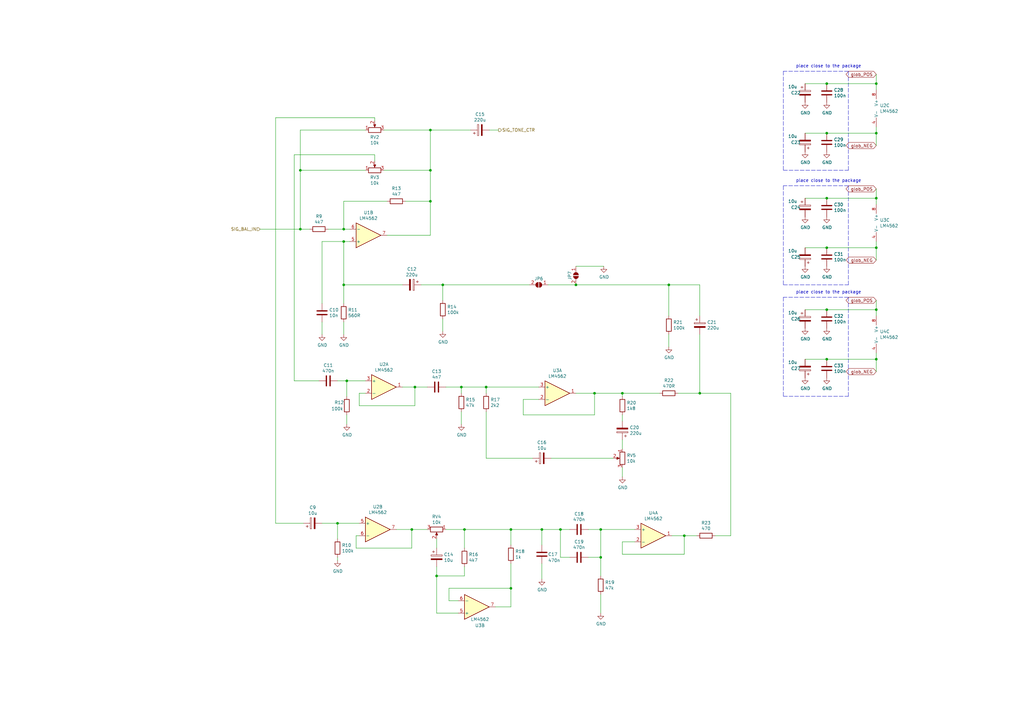
<source format=kicad_sch>
(kicad_sch (version 20211123) (generator eeschema)
  (paper "A3")
  (lib_symbols
    (symbol "Amplifier_Operational:LM4562" (pin_names (offset 0.127))
      (property "Reference" "U" (at 0 5.08 0))
      (property "Value" "LM4562" (at 0 -5.08 0))
      (symbol "LM4562_1_1"
        (polyline (pts (xy -5.08 5.08) (xy 5.08 0) (xy -5.08 -5.08) (xy -5.08 5.08)) (stroke (width 0.254)) (fill (type background)))
        (pin output line (at 7.62 0 180) (length 2.54) (name "~") (number "1"))
        (pin input line (at -7.62 -2.54 0) (length 2.54) (name "-") (number "2"))
        (pin input line (at -7.62 2.54 0) (length 2.54) (name "+") (number "3"))
      )
      (symbol "LM4562_2_1"
        (polyline (pts (xy -5.08 5.08) (xy 5.08 0) (xy -5.08 -5.08) (xy -5.08 5.08)) (stroke (width 0.254)) (fill (type background)))
        (pin input line (at -7.62 2.54 0) (length 2.54) (name "+") (number "5"))
        (pin input line (at -7.62 -2.54 0) (length 2.54) (name "-") (number "6"))
        (pin output line (at 7.62 0 180) (length 2.54) (name "~") (number "7"))
      )
      (symbol "LM4562_3_1"
        (pin power_in line (at -2.54 -7.62 90) (length 3.81) (name "V-") (number "4"))
        (pin power_in line (at -2.54 7.62 270) (length 3.81) (name "V+") (number "8"))
      )
    )
    (symbol "Device:C" (pin_numbers hide) (pin_names (offset 0.254))
      (property "Reference" "C" (at 0.635 2.54 0))
      (property "Value" "C" (at 0.635 -2.54 0))
      (symbol "C_0_1"
        (polyline (pts (xy -2.032 -0.762) (xy 2.032 -0.762)) (stroke (width 0.508)))
        (polyline (pts (xy -2.032 0.762) (xy 2.032 0.762)) (stroke (width 0.508)))
      )
      (symbol "C_1_1"
        (pin passive line (at 0 3.81 270) (length 2.794) (name "~") (number "1"))
        (pin passive line (at 0 -3.81 90) (length 2.794) (name "~") (number "2"))
      )
    )
    (symbol "Device:R" (pin_numbers hide) (pin_names (offset 0))
      (property "Reference" "R" (at 2.032 0 90))
      (property "Value" "R" (at 0 0 90))
      (symbol "R_0_1"
        (rectangle (start -1.016 -2.54) (end 1.016 2.54) (stroke (width 0.254)))
      )
      (symbol "R_1_1"
        (pin passive line (at 0 3.81 270) (length 1.27) (name "~") (number "1"))
        (pin passive line (at 0 -3.81 90) (length 1.27) (name "~") (number "2"))
      )
    )
    (symbol "Jumper:SolderJumper_2_Open" (pin_names (offset 0) hide)
      (property "Reference" "JP" (at 0 2.032 0))
      (property "Value" "SolderJumper_2_Open" (at 0 -2.54 0))
      (symbol "SolderJumper_2_Open_0_1"
        (arc (start -0.254 1.016) (mid -1.27 0) (end -0.254 -1.016))
        (arc (start -0.254 1.016) (mid -1.27 0) (end -0.254 -1.016) (fill (type outline)))
        (polyline (pts (xy -0.254 1.016) (xy -0.254 -1.016)))
        (polyline (pts (xy 0.254 1.016) (xy 0.254 -1.016)))
        (arc (start 0.254 -1.016) (mid 1.27 0) (end 0.254 1.016))
        (arc (start 0.254 -1.016) (mid 1.27 0) (end 0.254 1.016) (fill (type outline)))
      )
      (symbol "SolderJumper_2_Open_1_1"
        (pin passive line (at -3.81 0 0) (length 2.54) (name "A") (number "1"))
        (pin passive line (at 3.81 0 180) (length 2.54) (name "B") (number "2"))
      )
    )
    (symbol "power:GND" (power) (pin_names (offset 0))
      (property "Value" "GND" (at 0 -3.81 0))
      (symbol "GND_0_1"
        (polyline (pts (xy 0 0) (xy 0 -1.27) (xy 1.27 -1.27) (xy 0 -2.54) (xy -1.27 -1.27) (xy 0 -1.27)))
      )
      (symbol "GND_1_1"
        (pin power_in line (at 0 0 270) (length 0) hide (name "GND") (number "1"))
      )
    )
    (symbol "pre-amp-v2-rescue:CP-Device" (pin_numbers hide) (pin_names (offset 0.254))
      (property "Reference" "C" (at 0.635 2.54 0))
      (property "Value" "CP-Device" (at 0.635 -2.54 0))
      (symbol "CP-Device_0_1"
        (rectangle (start -2.286 0.508) (end 2.286 1.016))
        (polyline (pts (xy -1.778 2.286) (xy -0.762 2.286)))
        (polyline (pts (xy -1.27 2.794) (xy -1.27 1.778)))
        (rectangle (start 2.286 -0.508) (end -2.286 -1.016) (fill (type outline)))
      )
      (symbol "CP-Device_1_1"
        (pin passive line (at 0 3.81 270) (length 2.794) (name "~") (number "1"))
        (pin passive line (at 0 -3.81 90) (length 2.794) (name "~") (number "2"))
      )
    )
    (symbol "pre-amp-v2-rescue:R_POT-Device" (pin_names (offset 1.016) hide)
      (property "Reference" "RV" (at -4.445 0 90))
      (property "Value" "R_POT-Device" (at -2.54 0 90))
      (symbol "R_POT-Device_0_1"
        (polyline (pts (xy 2.54 0) (xy 1.524 0)))
        (polyline (pts (xy 1.143 0) (xy 2.286 0.508) (xy 2.286 -0.508) (xy 1.143 0)) (fill (type outline)))
        (rectangle (start 1.016 2.54) (end -1.016 -2.54) (stroke (width 0.254)))
      )
      (symbol "R_POT-Device_1_1"
        (pin passive line (at 0 3.81 270) (length 1.27) (name "1") (number "1"))
        (pin passive line (at 3.81 0 180) (length 1.27) (name "2") (number "2"))
        (pin passive line (at 0 -3.81 90) (length 1.27) (name "3") (number "3"))
      )
    )
  )
  (junction (at 222.25 217.17))
  (junction (at 176.53 82.55))
  (junction (at 176.53 53.34))
  (junction (at 359.41 127))
  (junction (at 123.19 93.98))
  (junction (at 339.09 127))
  (junction (at 359.41 81.28))
  (junction (at 209.55 241.3))
  (junction (at 229.87 217.17))
  (junction (at 142.24 156.21))
  (junction (at 339.09 147.32))
  (junction (at 274.32 116.84))
  (junction (at 190.5 217.17))
  (junction (at 339.09 34.29))
  (junction (at 140.97 93.98))
  (junction (at 255.27 161.29))
  (junction (at 209.55 217.17))
  (junction (at 359.41 147.32))
  (junction (at 170.18 158.75))
  (junction (at 243.84 161.29))
  (junction (at 246.38 217.17))
  (junction (at 246.38 228.6))
  (junction (at 280.67 219.71))
  (junction (at 199.39 158.75))
  (junction (at 140.97 99.06))
  (junction (at 359.41 101.6))
  (junction (at 189.23 158.75))
  (junction (at 339.09 54.61))
  (junction (at 359.41 34.29))
  (junction (at 236.22 116.84))
  (junction (at 181.61 116.84))
  (junction (at 339.09 81.28))
  (junction (at 138.43 214.63))
  (junction (at 140.97 116.84))
  (junction (at 359.41 54.61))
  (junction (at 123.19 69.85))
  (junction (at 287.02 161.29))
  (junction (at 168.91 217.17))
  (junction (at 179.07 236.22))
  (junction (at 339.09 101.6))
  (junction (at 176.53 69.85))
  (wire (pts (xy 146.05 224.79) (xy 168.91 224.79)))
  (wire (pts (xy 153.67 48.26) (xy 113.03 48.26)))
  (wire (pts (xy 330.2 127) (xy 339.09 127)))
  (wire (pts (xy 153.67 48.26) (xy 153.67 49.53)))
  (wire (pts (xy 255.27 161.29) (xy 255.27 162.56)))
  (wire (pts (xy 165.1 116.84) (xy 140.97 116.84)))
  (wire (pts (xy 170.18 158.75) (xy 175.26 158.75)))
  (polyline (pts (xy 347.98 121.92) (xy 321.31 121.92)))
  (wire (pts (xy 339.09 54.61) (xy 359.41 54.61)))
  (wire (pts (xy 359.41 34.29) (xy 359.41 36.83)))
  (wire (pts (xy 184.15 246.38) (xy 184.15 241.3)))
  (wire (pts (xy 255.27 180.34) (xy 255.27 184.15)))
  (wire (pts (xy 190.5 217.17) (xy 209.55 217.17)))
  (wire (pts (xy 330.2 81.28) (xy 339.09 81.28)))
  (wire (pts (xy 153.67 63.5) (xy 120.65 63.5)))
  (wire (pts (xy 182.88 158.75) (xy 189.23 158.75)))
  (wire (pts (xy 241.3 217.17) (xy 246.38 217.17)))
  (wire (pts (xy 236.22 116.84) (xy 274.32 116.84)))
  (wire (pts (xy 359.41 123.19) (xy 359.41 127)))
  (wire (pts (xy 140.97 132.08) (xy 140.97 137.16)))
  (wire (pts (xy 246.38 251.46) (xy 246.38 243.84)))
  (wire (pts (xy 158.75 82.55) (xy 140.97 82.55)))
  (wire (pts (xy 175.26 217.17) (xy 168.91 217.17)))
  (wire (pts (xy 246.38 217.17) (xy 246.38 228.6)))
  (wire (pts (xy 176.53 69.85) (xy 157.48 69.85)))
  (wire (pts (xy 359.41 81.28) (xy 359.41 83.82)))
  (wire (pts (xy 243.84 161.29) (xy 255.27 161.29)))
  (wire (pts (xy 293.37 219.71) (xy 299.72 219.71)))
  (wire (pts (xy 285.75 219.71) (xy 280.67 219.71)))
  (wire (pts (xy 209.55 248.92) (xy 203.2 248.92)))
  (wire (pts (xy 120.65 63.5) (xy 120.65 156.21)))
  (wire (pts (xy 241.3 228.6) (xy 246.38 228.6)))
  (wire (pts (xy 168.91 217.17) (xy 162.56 217.17)))
  (wire (pts (xy 179.07 251.46) (xy 187.96 251.46)))
  (polyline (pts (xy 347.98 162.56) (xy 347.98 121.92)))
  (wire (pts (xy 176.53 69.85) (xy 176.53 82.55)))
  (wire (pts (xy 142.24 162.56) (xy 142.24 156.21)))
  (wire (pts (xy 147.32 219.71) (xy 146.05 219.71)))
  (wire (pts (xy 176.53 82.55) (xy 166.37 82.55)))
  (wire (pts (xy 142.24 156.21) (xy 149.86 156.21)))
  (wire (pts (xy 260.35 217.17) (xy 246.38 217.17)))
  (wire (pts (xy 179.07 236.22) (xy 190.5 236.22)))
  (wire (pts (xy 222.25 217.17) (xy 229.87 217.17)))
  (wire (pts (xy 181.61 116.84) (xy 217.17 116.84)))
  (wire (pts (xy 236.22 109.22) (xy 247.65 109.22)))
  (wire (pts (xy 149.86 69.85) (xy 123.19 69.85)))
  (wire (pts (xy 299.72 219.71) (xy 299.72 161.29)))
  (wire (pts (xy 199.39 158.75) (xy 199.39 161.29)))
  (wire (pts (xy 170.18 166.37) (xy 170.18 158.75)))
  (wire (pts (xy 339.09 101.6) (xy 359.41 101.6)))
  (wire (pts (xy 172.72 116.84) (xy 181.61 116.84)))
  (wire (pts (xy 138.43 220.98) (xy 138.43 214.63)))
  (wire (pts (xy 229.87 228.6) (xy 229.87 217.17)))
  (wire (pts (xy 157.48 53.34) (xy 176.53 53.34)))
  (wire (pts (xy 255.27 161.29) (xy 270.51 161.29)))
  (wire (pts (xy 181.61 135.89) (xy 181.61 130.81)))
  (wire (pts (xy 359.41 77.47) (xy 359.41 81.28)))
  (wire (pts (xy 209.55 217.17) (xy 222.25 217.17)))
  (wire (pts (xy 187.96 246.38) (xy 184.15 246.38)))
  (wire (pts (xy 226.06 187.96) (xy 251.46 187.96)))
  (wire (pts (xy 359.41 30.48) (xy 359.41 34.29)))
  (wire (pts (xy 199.39 168.91) (xy 199.39 187.96)))
  (wire (pts (xy 339.09 34.29) (xy 359.41 34.29)))
  (polyline (pts (xy 321.31 29.21) (xy 321.31 69.85)))
  (wire (pts (xy 138.43 214.63) (xy 147.32 214.63)))
  (wire (pts (xy 113.03 214.63) (xy 124.46 214.63)))
  (wire (pts (xy 153.67 66.04) (xy 153.67 63.5)))
  (wire (pts (xy 255.27 191.77) (xy 255.27 195.58)))
  (wire (pts (xy 359.41 101.6) (xy 359.41 106.68)))
  (wire (pts (xy 243.84 161.29) (xy 236.22 161.29)))
  (wire (pts (xy 220.98 163.83) (xy 214.63 163.83)))
  (wire (pts (xy 138.43 228.6) (xy 138.43 229.87)))
  (wire (pts (xy 209.55 231.14) (xy 209.55 241.3)))
  (wire (pts (xy 359.41 127) (xy 359.41 129.54)))
  (wire (pts (xy 190.5 224.79) (xy 190.5 217.17)))
  (wire (pts (xy 255.27 222.25) (xy 255.27 227.33)))
  (wire (pts (xy 179.07 224.79) (xy 179.07 220.98)))
  (polyline (pts (xy 347.98 76.2) (xy 321.31 76.2)))
  (wire (pts (xy 209.55 241.3) (xy 209.55 248.92)))
  (wire (pts (xy 359.41 54.61) (xy 359.41 59.69)))
  (wire (pts (xy 176.53 96.52) (xy 176.53 82.55)))
  (wire (pts (xy 287.02 161.29) (xy 287.02 137.16)))
  (wire (pts (xy 224.79 116.84) (xy 236.22 116.84)))
  (wire (pts (xy 123.19 53.34) (xy 123.19 69.85)))
  (wire (pts (xy 140.97 93.98) (xy 143.51 93.98)))
  (polyline (pts (xy 321.31 69.85) (xy 347.98 69.85)))
  (wire (pts (xy 359.41 147.32) (xy 359.41 152.4)))
  (wire (pts (xy 278.13 161.29) (xy 287.02 161.29)))
  (wire (pts (xy 142.24 173.99) (xy 142.24 170.18)))
  (wire (pts (xy 176.53 53.34) (xy 176.53 69.85)))
  (polyline (pts (xy 321.31 162.56) (xy 347.98 162.56)))
  (wire (pts (xy 190.5 236.22) (xy 190.5 232.41)))
  (wire (pts (xy 134.62 93.98) (xy 140.97 93.98)))
  (wire (pts (xy 123.19 93.98) (xy 127 93.98)))
  (polyline (pts (xy 347.98 29.21) (xy 321.31 29.21)))
  (wire (pts (xy 200.66 53.34) (xy 204.47 53.34)))
  (wire (pts (xy 182.88 217.17) (xy 190.5 217.17)))
  (wire (pts (xy 120.65 156.21) (xy 130.81 156.21)))
  (wire (pts (xy 146.05 219.71) (xy 146.05 224.79)))
  (wire (pts (xy 339.09 127) (xy 359.41 127)))
  (wire (pts (xy 199.39 187.96) (xy 218.44 187.96)))
  (wire (pts (xy 181.61 116.84) (xy 181.61 123.19)))
  (polyline (pts (xy 321.31 76.2) (xy 321.31 116.84)))
  (wire (pts (xy 170.18 158.75) (xy 165.1 158.75)))
  (wire (pts (xy 246.38 228.6) (xy 246.38 236.22)))
  (wire (pts (xy 233.68 228.6) (xy 229.87 228.6)))
  (wire (pts (xy 189.23 158.75) (xy 199.39 158.75)))
  (wire (pts (xy 280.67 227.33) (xy 280.67 219.71)))
  (polyline (pts (xy 347.98 69.85) (xy 347.98 29.21)))
  (wire (pts (xy 184.15 241.3) (xy 209.55 241.3)))
  (wire (pts (xy 147.32 166.37) (xy 170.18 166.37)))
  (wire (pts (xy 287.02 129.54) (xy 287.02 116.84)))
  (wire (pts (xy 255.27 227.33) (xy 280.67 227.33)))
  (wire (pts (xy 113.03 48.26) (xy 113.03 214.63)))
  (wire (pts (xy 132.08 132.08) (xy 132.08 137.16)))
  (wire (pts (xy 229.87 217.17) (xy 233.68 217.17)))
  (polyline (pts (xy 321.31 116.84) (xy 347.98 116.84)))
  (wire (pts (xy 274.32 129.54) (xy 274.32 116.84)))
  (wire (pts (xy 222.25 237.49) (xy 222.25 231.14)))
  (wire (pts (xy 222.25 217.17) (xy 222.25 223.52)))
  (wire (pts (xy 168.91 224.79) (xy 168.91 217.17)))
  (wire (pts (xy 243.84 170.18) (xy 243.84 161.29)))
  (wire (pts (xy 339.09 147.32) (xy 359.41 147.32)))
  (wire (pts (xy 123.19 69.85) (xy 123.19 93.98)))
  (wire (pts (xy 140.97 82.55) (xy 140.97 93.98)))
  (wire (pts (xy 106.68 93.98) (xy 123.19 93.98)))
  (wire (pts (xy 280.67 219.71) (xy 275.59 219.71)))
  (wire (pts (xy 214.63 163.83) (xy 214.63 170.18)))
  (wire (pts (xy 138.43 156.21) (xy 142.24 156.21)))
  (wire (pts (xy 330.2 147.32) (xy 339.09 147.32)))
  (wire (pts (xy 255.27 170.18) (xy 255.27 172.72)))
  (wire (pts (xy 132.08 99.06) (xy 140.97 99.06)))
  (wire (pts (xy 287.02 116.84) (xy 274.32 116.84)))
  (wire (pts (xy 214.63 170.18) (xy 243.84 170.18)))
  (wire (pts (xy 189.23 168.91) (xy 189.23 173.99)))
  (wire (pts (xy 179.07 232.41) (xy 179.07 236.22)))
  (polyline (pts (xy 347.98 116.84) (xy 347.98 76.2)))
  (wire (pts (xy 330.2 34.29) (xy 339.09 34.29)))
  (wire (pts (xy 359.41 144.78) (xy 359.41 147.32)))
  (wire (pts (xy 189.23 158.75) (xy 189.23 161.29)))
  (wire (pts (xy 260.35 222.25) (xy 255.27 222.25)))
  (wire (pts (xy 209.55 217.17) (xy 209.55 223.52)))
  (wire (pts (xy 132.08 99.06) (xy 132.08 124.46)))
  (wire (pts (xy 199.39 158.75) (xy 220.98 158.75)))
  (wire (pts (xy 359.41 99.06) (xy 359.41 101.6)))
  (wire (pts (xy 147.32 161.29) (xy 147.32 166.37)))
  (wire (pts (xy 330.2 101.6) (xy 339.09 101.6)))
  (wire (pts (xy 140.97 99.06) (xy 143.51 99.06)))
  (wire (pts (xy 140.97 116.84) (xy 140.97 99.06)))
  (wire (pts (xy 149.86 53.34) (xy 123.19 53.34)))
  (wire (pts (xy 158.75 96.52) (xy 176.53 96.52)))
  (wire (pts (xy 132.08 214.63) (xy 138.43 214.63)))
  (wire (pts (xy 140.97 124.46) (xy 140.97 116.84)))
  (wire (pts (xy 330.2 54.61) (xy 339.09 54.61)))
  (wire (pts (xy 274.32 137.16) (xy 274.32 142.24)))
  (wire (pts (xy 179.07 236.22) (xy 179.07 251.46)))
  (wire (pts (xy 176.53 53.34) (xy 193.04 53.34)))
  (wire (pts (xy 299.72 161.29) (xy 287.02 161.29)))
  (wire (pts (xy 149.86 161.29) (xy 147.32 161.29)))
  (wire (pts (xy 339.09 81.28) (xy 359.41 81.28)))
  (wire (pts (xy 359.41 52.07) (xy 359.41 54.61)))
  (polyline (pts (xy 321.31 121.92) (xy 321.31 162.56)))
  (text "place close to the package" (at 326.39 74.93 0) (effects (font (size 1.27 1.27)) (justify left bottom)))
  (text "place close to the package" (at 326.39 27.94 0) (effects (font (size 1.27 1.27)) (justify left bottom)))
  (text "place close to the package" (at 326.39 120.65 0) (effects (font (size 1.27 1.27)) (justify left bottom)))
  (global_label "glob_POS" (shape bidirectional) (at 359.41 30.48 180) (property "Intersheet References" "${INTERSHEET_REFS}" (effects hide)))
  (global_label "glob_NEG" (shape bidirectional) (at 359.41 106.68 180) (property "Intersheet References" "${INTERSHEET_REFS}" (effects hide)))
  (global_label "glob_NEG" (shape bidirectional) (at 359.41 152.4 180) (property "Intersheet References" "${INTERSHEET_REFS}" (effects hide)))
  (global_label "glob_POS" (shape bidirectional) (at 359.41 77.47 180) (property "Intersheet References" "${INTERSHEET_REFS}" (effects hide)))
  (global_label "glob_POS" (shape bidirectional) (at 359.41 123.19 180) (property "Intersheet References" "${INTERSHEET_REFS}" (effects hide)))
  (global_label "glob_NEG" (shape bidirectional) (at 359.41 59.69 180) (property "Intersheet References" "${INTERSHEET_REFS}" (effects hide)))
  (hierarchical_label "SIG_BAL_IN" (shape input) (at 106.68 93.98 180))
  (hierarchical_label "SIG_TONE_CTR" (shape output) (at 204.47 53.34 0))
  (symbol (lib_id "Amplifier_Operational:LM4562") (at 157.48 158.75 0) (unit 1)
    (property "Reference" "U2" (at 157.48 149.4282 0))
    (property "Value" "LM4562" (at 157.48 151.7396 0))
    (property "Footprint" "Package_SO:SOIC-8_3.9x4.9mm_P1.27mm" (effects hide))
    (property "Datasheet" "http://www.ti.com/lit/ds/symlink/lm4562.pdf" (effects hide))
  )
  (symbol (lib_id "Amplifier_Operational:LM4562") (at 154.94 217.17 0) (unit 2)
    (property "Reference" "U2" (at 154.94 207.8482 0))
    (property "Value" "LM4562" (at 154.94 210.1596 0))
    (property "Footprint" "Package_SO:SOIC-8_3.9x4.9mm_P1.27mm" (effects hide))
    (property "Datasheet" "http://www.ti.com/lit/ds/symlink/lm4562.pdf" (effects hide))
  )
  (symbol (lib_id "Amplifier_Operational:LM4562") (at 361.95 44.45 0) (unit 3)
    (property "Reference" "U2" (at 360.8832 43.2816 0) (effects (justify left)))
    (property "Value" "LM4562" (at 360.8832 45.593 0) (effects (justify left)))
    (property "Footprint" "Package_SO:SOIC-8_3.9x4.9mm_P1.27mm" (effects hide))
    (property "Datasheet" "http://www.ti.com/lit/ds/symlink/lm4562.pdf" (effects hide))
  )
  (symbol (lib_id "Amplifier_Operational:LM4562") (at 151.13 96.52 0) (mirror x) (unit 2)
    (property "Reference" "U1" (at 151.13 87.1982 0))
    (property "Value" "LM4562" (at 151.13 89.5096 0))
    (property "Footprint" "Package_SO:SOIC-8_3.9x4.9mm_P1.27mm" (effects hide))
    (property "Datasheet" "http://www.ti.com/lit/ds/symlink/lm4562.pdf" (effects hide))
  )
  (symbol (lib_id "pre-amp-v2-rescue:R_POT-Device") (at 153.67 69.85 90) (unit 1)
    (property "Reference" "RV3" (at 153.67 72.771 90))
    (property "Value" "10k" (at 153.67 75.0824 90))
    (property "Footprint" "Potentiometer_THT:Potentiometer_Bourns_PTV09A-1_Single_Vertical" (effects hide))
  )
  (symbol (lib_id "pre-amp-v2-rescue:R_POT-Device") (at 153.67 53.34 90) (unit 1)
    (property "Reference" "RV2" (at 153.67 56.261 90))
    (property "Value" "10k" (at 153.67 58.5724 90))
    (property "Footprint" "Potentiometer_THT:Potentiometer_Bourns_PTV09A-1_Single_Vertical" (effects hide))
  )
  (symbol (lib_id "Device:R") (at 130.81 93.98 270) (unit 1)
    (property "Reference" "R9" (at 130.81 88.7222 90))
    (property "Value" "4k7" (at 130.81 91.0336 90))
    (property "Footprint" "Resistor_SMD:R_0805_2012Metric_Pad1.20x1.40mm_HandSolder" (effects hide))
  )
  (symbol (lib_id "Device:R") (at 162.56 82.55 270) (unit 1)
    (property "Reference" "R13" (at 162.56 77.2922 90))
    (property "Value" "4k7" (at 162.56 79.6036 90))
    (property "Footprint" "Resistor_SMD:R_0805_2012Metric_Pad1.20x1.40mm_HandSolder" (effects hide))
  )
  (symbol (lib_id "Device:R") (at 140.97 128.27 180) (unit 1)
    (property "Reference" "R11" (at 142.748 127.1016 0) (effects (justify right)))
    (property "Value" "560R" (at 142.748 129.413 0) (effects (justify right)))
    (property "Footprint" "Resistor_SMD:R_0805_2012Metric_Pad1.20x1.40mm_HandSolder" (effects hide))
  )
  (symbol (lib_id "Device:C") (at 132.08 128.27 180) (unit 1)
    (property "Reference" "C10" (at 135.001 127.1016 0) (effects (justify right)))
    (property "Value" "10n" (at 135.001 129.413 0) (effects (justify right)))
    (property "Footprint" "Capacitor_SMD:C_0805_2012Metric_Pad1.18x1.45mm_HandSolder" (effects hide))
  )
  (symbol (lib_id "power:GND") (at 132.08 137.16 0) (unit 1)
    (property "Reference" "#PWR015" (effects hide))
    (property "Value" "GND" (at 132.207 141.5542 0))
  )
  (symbol (lib_id "power:GND") (at 140.97 137.16 0) (unit 1)
    (property "Reference" "#PWR017" (effects hide))
    (property "Value" "GND" (at 141.097 141.5542 0))
  )
  (symbol (lib_id "pre-amp-v2-rescue:CP-Device") (at 168.91 116.84 270) (unit 1)
    (property "Reference" "C12" (at 168.91 110.363 90))
    (property "Value" "220u" (at 168.91 112.6744 90))
    (property "Footprint" "Capacitor_THT:CP_Radial_D6.3mm_P2.50mm" (effects hide))
  )
  (symbol (lib_id "Device:R") (at 181.61 127 180) (unit 1)
    (property "Reference" "R14" (at 183.388 125.8316 0) (effects (justify right)))
    (property "Value" "100k" (at 183.388 128.143 0) (effects (justify right)))
    (property "Footprint" "Resistor_SMD:R_0805_2012Metric_Pad1.20x1.40mm_HandSolder" (effects hide))
  )
  (symbol (lib_id "Device:C") (at 134.62 156.21 90) (unit 1)
    (property "Reference" "C11" (at 134.62 149.8092 90))
    (property "Value" "470n" (at 134.62 152.1206 90))
    (property "Footprint" "Capacitor_THT:C_Rect_L7.2mm_W3.5mm_P5.00mm_FKS2_FKP2_MKS2_MKP2" (effects hide))
  )
  (symbol (lib_id "Device:R") (at 142.24 166.37 180) (unit 1)
    (property "Reference" "R12" (at 137.16 165.1 0) (effects (justify right)))
    (property "Value" "100k" (at 135.89 167.64 0) (effects (justify right)))
    (property "Footprint" "Resistor_SMD:R_0805_2012Metric_Pad1.20x1.40mm_HandSolder" (effects hide))
  )
  (symbol (lib_id "Device:R") (at 138.43 224.79 180) (unit 1)
    (property "Reference" "R10" (at 140.208 223.6216 0) (effects (justify right)))
    (property "Value" "100k" (at 140.208 225.933 0) (effects (justify right)))
    (property "Footprint" "Resistor_SMD:R_0805_2012Metric_Pad1.20x1.40mm_HandSolder" (effects hide))
  )
  (symbol (lib_id "pre-amp-v2-rescue:CP-Device") (at 128.27 214.63 90) (unit 1)
    (property "Reference" "C9" (at 128.27 208.153 90))
    (property "Value" "10u" (at 128.27 210.4644 90))
    (property "Footprint" "Capacitor_SMD:CP_Elec_4x5.4" (effects hide))
  )
  (symbol (lib_id "Amplifier_Operational:LM4562") (at 228.6 161.29 0) (unit 1)
    (property "Reference" "U3" (at 228.6 151.9682 0))
    (property "Value" "LM4562" (at 228.6 154.2796 0))
    (property "Footprint" "Package_SO:SOIC-8_3.9x4.9mm_P1.27mm" (effects hide))
    (property "Datasheet" "http://www.ti.com/lit/ds/symlink/lm4562.pdf" (effects hide))
  )
  (symbol (lib_id "Amplifier_Operational:LM4562") (at 195.58 248.92 0) (mirror x) (unit 2)
    (property "Reference" "U3" (at 196.85 256.54 0))
    (property "Value" "LM4562" (at 196.85 254 0))
    (property "Footprint" "Package_SO:SOIC-8_3.9x4.9mm_P1.27mm" (effects hide))
    (property "Datasheet" "http://www.ti.com/lit/ds/symlink/lm4562.pdf" (effects hide))
  )
  (symbol (lib_id "Device:C") (at 179.07 158.75 90) (unit 1)
    (property "Reference" "C13" (at 179.07 152.3492 90))
    (property "Value" "4n7" (at 179.07 154.6606 90))
    (property "Footprint" "Capacitor_SMD:C_0805_2012Metric_Pad1.18x1.45mm_HandSolder" (effects hide))
  )
  (symbol (lib_id "Device:R") (at 189.23 165.1 180) (unit 1)
    (property "Reference" "R15" (at 191.008 163.9316 0) (effects (justify right)))
    (property "Value" "47k" (at 191.008 166.243 0) (effects (justify right)))
    (property "Footprint" "Resistor_SMD:R_0805_2012Metric_Pad1.20x1.40mm_HandSolder" (effects hide))
  )
  (symbol (lib_id "Device:R") (at 199.39 165.1 180) (unit 1)
    (property "Reference" "R17" (at 201.168 163.9316 0) (effects (justify right)))
    (property "Value" "2k2" (at 201.168 166.243 0) (effects (justify right)))
    (property "Footprint" "Resistor_SMD:R_0805_2012Metric_Pad1.20x1.40mm_HandSolder" (effects hide))
  )
  (symbol (lib_id "power:GND") (at 189.23 173.99 0) (unit 1)
    (property "Reference" "#PWR020" (effects hide))
    (property "Value" "GND" (at 189.357 178.3842 0))
  )
  (symbol (lib_id "power:GND") (at 138.43 229.87 0) (unit 1)
    (property "Reference" "#PWR016" (effects hide))
    (property "Value" "GND" (at 138.557 234.2642 0))
  )
  (symbol (lib_id "pre-amp-v2-rescue:CP-Device") (at 222.25 187.96 90) (unit 1)
    (property "Reference" "C16" (at 222.25 181.483 90))
    (property "Value" "10u" (at 222.25 183.7944 90))
    (property "Footprint" "Capacitor_SMD:CP_Elec_4x5.4" (effects hide))
  )
  (symbol (lib_id "pre-amp-v2-rescue:R_POT-Device") (at 255.27 187.96 0) (mirror y) (unit 1)
    (property "Reference" "RV5" (at 257.048 186.7916 0) (effects (justify right)))
    (property "Value" "10k" (at 257.048 189.103 0) (effects (justify right)))
    (property "Footprint" "Potentiometer_THT:Potentiometer_Bourns_PTA6043_Single_Slide" (effects hide))
  )
  (symbol (lib_id "Device:R") (at 255.27 166.37 180) (unit 1)
    (property "Reference" "R20" (at 257.048 165.2016 0) (effects (justify right)))
    (property "Value" "1k8" (at 257.048 167.513 0) (effects (justify right)))
    (property "Footprint" "Resistor_SMD:R_0805_2012Metric_Pad1.20x1.40mm_HandSolder" (effects hide))
  )
  (symbol (lib_id "power:GND") (at 255.27 195.58 0) (unit 1)
    (property "Reference" "#PWR024" (effects hide))
    (property "Value" "GND" (at 255.397 199.9742 0))
  )
  (symbol (lib_id "Device:R") (at 274.32 161.29 90) (unit 1)
    (property "Reference" "R22" (at 274.32 156.0322 90))
    (property "Value" "470R" (at 274.32 158.3436 90))
    (property "Footprint" "Resistor_SMD:R_0805_2012Metric_Pad1.20x1.40mm_HandSolder" (effects hide))
  )
  (symbol (lib_id "pre-amp-v2-rescue:CP-Device") (at 287.02 133.35 0) (unit 1)
    (property "Reference" "C21" (at 290.0172 132.1816 0) (effects (justify left)))
    (property "Value" "220u" (at 290.0172 134.493 0) (effects (justify left)))
    (property "Footprint" "Capacitor_THT:CP_Radial_D6.3mm_P2.50mm" (effects hide))
  )
  (symbol (lib_id "Device:R") (at 274.32 133.35 180) (unit 1)
    (property "Reference" "R21" (at 276.098 132.1816 0) (effects (justify right)))
    (property "Value" "100k" (at 276.098 134.493 0) (effects (justify right)))
    (property "Footprint" "Resistor_SMD:R_0805_2012Metric_Pad1.20x1.40mm_HandSolder" (effects hide))
  )
  (symbol (lib_id "power:GND") (at 274.32 142.24 0) (unit 1)
    (property "Reference" "#PWR025" (effects hide))
    (property "Value" "GND" (at 274.447 146.6342 0))
  )
  (symbol (lib_id "power:GND") (at 142.24 173.99 0) (unit 1)
    (property "Reference" "#PWR018" (effects hide))
    (property "Value" "GND" (at 142.367 178.3842 0))
  )
  (symbol (lib_id "pre-amp-v2-rescue:R_POT-Device") (at 179.07 217.17 270) (unit 1)
    (property "Reference" "RV4" (at 179.07 211.9122 90))
    (property "Value" "10k" (at 179.07 214.2236 90))
    (property "Footprint" "Potentiometer_THT:Potentiometer_Bourns_PTA6043_Single_Slide" (effects hide))
  )
  (symbol (lib_id "pre-amp-v2-rescue:CP-Device") (at 179.07 228.6 0) (unit 1)
    (property "Reference" "C14" (at 182.0672 227.4316 0) (effects (justify left)))
    (property "Value" "10u" (at 182.0672 229.743 0) (effects (justify left)))
    (property "Footprint" "Capacitor_SMD:CP_Elec_4x5.4" (effects hide))
  )
  (symbol (lib_id "Device:R") (at 209.55 227.33 180) (unit 1)
    (property "Reference" "R18" (at 211.328 226.1616 0) (effects (justify right)))
    (property "Value" "1k" (at 211.328 228.473 0) (effects (justify right)))
    (property "Footprint" "Resistor_SMD:R_0805_2012Metric_Pad1.20x1.40mm_HandSolder" (effects hide))
  )
  (symbol (lib_id "Device:R") (at 190.5 228.6 180) (unit 1)
    (property "Reference" "R16" (at 192.278 227.4316 0) (effects (justify right)))
    (property "Value" "4k7" (at 192.278 229.743 0) (effects (justify right)))
    (property "Footprint" "Resistor_SMD:R_0805_2012Metric_Pad1.20x1.40mm_HandSolder" (effects hide))
  )
  (symbol (lib_id "Device:C") (at 222.25 227.33 0) (unit 1)
    (property "Reference" "C17" (at 224.79 227.33 0) (effects (justify left)))
    (property "Value" "470n" (at 224.79 229.87 0) (effects (justify left)))
    (property "Footprint" "Capacitor_SMD:C_0805_2012Metric_Pad1.18x1.45mm_HandSolder" (effects hide))
  )
  (symbol (lib_id "Device:C") (at 237.49 217.17 270) (unit 1)
    (property "Reference" "C18" (at 237.49 210.7692 90))
    (property "Value" "470n" (at 237.49 213.0806 90))
    (property "Footprint" "Capacitor_THT:C_Rect_L7.2mm_W3.5mm_P5.00mm_FKS2_FKP2_MKS2_MKP2" (effects hide))
  )
  (symbol (lib_id "Device:C") (at 237.49 228.6 270) (unit 1)
    (property "Reference" "C19" (at 237.49 222.1992 90))
    (property "Value" "470n" (at 237.49 224.5106 90))
    (property "Footprint" "Capacitor_THT:C_Rect_L7.2mm_W3.5mm_P5.00mm_FKS2_FKP2_MKS2_MKP2" (effects hide))
  )
  (symbol (lib_id "Device:R") (at 246.38 240.03 180) (unit 1)
    (property "Reference" "R19" (at 248.158 238.8616 0) (effects (justify right)))
    (property "Value" "47k" (at 248.158 241.173 0) (effects (justify right)))
    (property "Footprint" "Resistor_SMD:R_0805_2012Metric_Pad1.20x1.40mm_HandSolder" (effects hide))
  )
  (symbol (lib_id "power:GND") (at 222.25 237.49 0) (unit 1)
    (property "Reference" "#PWR021" (effects hide))
    (property "Value" "GND" (at 222.377 241.8842 0))
  )
  (symbol (lib_id "power:GND") (at 246.38 251.46 0) (unit 1)
    (property "Reference" "#PWR022" (effects hide))
    (property "Value" "GND" (at 246.507 255.8542 0))
  )
  (symbol (lib_id "Amplifier_Operational:LM4562") (at 267.97 219.71 0) (unit 1)
    (property "Reference" "U4" (at 267.97 210.3882 0))
    (property "Value" "LM4562" (at 267.97 212.6996 0))
    (property "Footprint" "Package_SO:SOIC-8_3.9x4.9mm_P1.27mm" (effects hide))
    (property "Datasheet" "http://www.ti.com/lit/ds/symlink/lm4562.pdf" (effects hide))
  )
  (symbol (lib_id "Device:R") (at 289.56 219.71 90) (unit 1)
    (property "Reference" "R23" (at 289.56 214.4522 90))
    (property "Value" "470" (at 289.56 216.7636 90))
    (property "Footprint" "Resistor_SMD:R_0805_2012Metric_Pad1.20x1.40mm_HandSolder" (effects hide))
  )
  (symbol (lib_id "power:GND") (at 181.61 135.89 0) (unit 1)
    (property "Reference" "#PWR019" (effects hide))
    (property "Value" "GND" (at 181.737 140.2842 0))
  )
  (symbol (lib_id "Amplifier_Operational:LM4562") (at 361.95 91.44 0) (unit 3)
    (property "Reference" "U3" (at 360.8832 90.2716 0) (effects (justify left)))
    (property "Value" "LM4562" (at 360.8832 92.583 0) (effects (justify left)))
    (property "Footprint" "Package_SO:SOIC-8_3.9x4.9mm_P1.27mm" (effects hide))
    (property "Datasheet" "http://www.ti.com/lit/ds/symlink/lm4562.pdf" (effects hide))
  )
  (symbol (lib_id "Amplifier_Operational:LM4562") (at 361.95 137.16 0) (unit 3)
    (property "Reference" "U4" (at 360.8832 135.9916 0) (effects (justify left)))
    (property "Value" "LM4562" (at 360.8832 138.303 0) (effects (justify left)))
    (property "Footprint" "Package_SO:SOIC-8_3.9x4.9mm_P1.27mm" (effects hide))
    (property "Datasheet" "http://www.ti.com/lit/ds/symlink/lm4562.pdf" (effects hide))
  )
  (symbol (lib_id "power:GND") (at 247.65 109.22 0) (unit 1)
    (property "Reference" "#PWR023" (effects hide))
    (property "Value" "GND" (at 247.777 113.6142 0))
  )
  (symbol (lib_id "pre-amp-v2-rescue:CP-Device") (at 255.27 176.53 180) (unit 1)
    (property "Reference" "C20" (at 258.2672 175.3616 0) (effects (justify right)))
    (property "Value" "220u" (at 258.2672 177.673 0) (effects (justify right)))
    (property "Footprint" "Capacitor_THT:CP_Radial_D6.3mm_P2.50mm" (effects hide))
  )
  (symbol (lib_id "pre-amp-v2-rescue:CP-Device") (at 196.85 53.34 90) (unit 1)
    (property "Reference" "C15" (at 196.85 46.863 90))
    (property "Value" "220u" (at 196.85 49.1744 90))
    (property "Footprint" "Capacitor_THT:CP_Radial_D6.3mm_P2.50mm" (effects hide))
  )
  (symbol (lib_id "Device:C") (at 339.09 38.1 0) (unit 1)
    (property "Reference" "C28" (at 342.011 36.9316 0) (effects (justify left)))
    (property "Value" "100n" (at 342.011 39.243 0) (effects (justify left)))
    (property "Footprint" "Capacitor_SMD:C_0805_2012Metric_Pad1.18x1.45mm_HandSolder" (effects hide))
  )
  (symbol (lib_id "Device:C") (at 339.09 58.42 0) (unit 1)
    (property "Reference" "C29" (at 342.011 57.2516 0) (effects (justify left)))
    (property "Value" "100n" (at 342.011 59.563 0) (effects (justify left)))
    (property "Footprint" "Capacitor_SMD:C_0805_2012Metric_Pad1.18x1.45mm_HandSolder" (effects hide))
  )
  (symbol (lib_id "power:GND") (at 339.09 62.23 0) (unit 1)
    (property "Value" "GND" (at 339.217 66.6242 0))
  )
  (symbol (lib_id "power:GND") (at 339.09 41.91 0) (unit 1)
    (property "Value" "GND" (at 339.217 46.3042 0))
  )
  (symbol (lib_id "pre-amp-v2-rescue:CP-Device") (at 330.2 38.1 0) (unit 1)
    (property "Reference" "C22" (at 326.39 38.1 0))
    (property "Value" "10u" (at 325.12 35.56 0))
    (property "Footprint" "Capacitor_SMD:CP_Elec_4x5.4" (effects hide))
  )
  (symbol (lib_id "pre-amp-v2-rescue:CP-Device") (at 330.2 58.42 180) (unit 1)
    (property "Reference" "C23" (at 326.39 58.42 0))
    (property "Value" "10u" (at 325.12 55.88 0))
    (property "Footprint" "Capacitor_SMD:CP_Elec_4x5.4" (effects hide))
  )
  (symbol (lib_id "power:GND") (at 330.2 62.23 0) (unit 1)
    (property "Value" "GND" (at 330.327 66.6242 0))
  )
  (symbol (lib_id "power:GND") (at 330.2 41.91 0) (unit 1)
    (property "Value" "GND" (at 330.327 46.3042 0))
  )
  (symbol (lib_id "Device:C") (at 339.09 85.09 0) (unit 1)
    (property "Reference" "C30" (at 342.011 83.9216 0) (effects (justify left)))
    (property "Value" "100n" (at 342.011 86.233 0) (effects (justify left)))
    (property "Footprint" "Capacitor_SMD:C_0805_2012Metric_Pad1.18x1.45mm_HandSolder" (effects hide))
  )
  (symbol (lib_id "Device:C") (at 339.09 105.41 0) (unit 1)
    (property "Reference" "C31" (at 342.011 104.2416 0) (effects (justify left)))
    (property "Value" "100n" (at 342.011 106.553 0) (effects (justify left)))
    (property "Footprint" "Capacitor_SMD:C_0805_2012Metric_Pad1.18x1.45mm_HandSolder" (effects hide))
  )
  (symbol (lib_id "power:GND") (at 339.09 109.22 0) (unit 1)
    (property "Value" "GND" (at 339.217 113.6142 0))
  )
  (symbol (lib_id "power:GND") (at 339.09 88.9 0) (unit 1)
    (property "Value" "GND" (at 339.217 93.2942 0))
  )
  (symbol (lib_id "pre-amp-v2-rescue:CP-Device") (at 330.2 85.09 0) (unit 1)
    (property "Reference" "C24" (at 326.39 85.09 0))
    (property "Value" "10u" (at 325.12 82.55 0))
    (property "Footprint" "Capacitor_SMD:CP_Elec_4x5.4" (effects hide))
  )
  (symbol (lib_id "pre-amp-v2-rescue:CP-Device") (at 330.2 105.41 180) (unit 1)
    (property "Reference" "C25" (at 326.39 105.41 0))
    (property "Value" "10u" (at 325.12 102.87 0))
    (property "Footprint" "Capacitor_SMD:CP_Elec_4x5.4" (effects hide))
  )
  (symbol (lib_id "power:GND") (at 330.2 109.22 0) (unit 1)
    (property "Value" "GND" (at 330.327 113.6142 0))
  )
  (symbol (lib_id "power:GND") (at 330.2 88.9 0) (unit 1)
    (property "Value" "GND" (at 330.327 93.2942 0))
  )
  (symbol (lib_id "Device:C") (at 339.09 130.81 0) (unit 1)
    (property "Reference" "C32" (at 342.011 129.6416 0) (effects (justify left)))
    (property "Value" "100n" (at 342.011 131.953 0) (effects (justify left)))
    (property "Footprint" "Capacitor_SMD:C_0805_2012Metric_Pad1.18x1.45mm_HandSolder" (effects hide))
  )
  (symbol (lib_id "Device:C") (at 339.09 151.13 0) (unit 1)
    (property "Reference" "C33" (at 342.011 149.9616 0) (effects (justify left)))
    (property "Value" "100n" (at 342.011 152.273 0) (effects (justify left)))
    (property "Footprint" "Capacitor_SMD:C_0805_2012Metric_Pad1.18x1.45mm_HandSolder" (effects hide))
  )
  (symbol (lib_id "power:GND") (at 339.09 154.94 0) (unit 1)
    (property "Value" "GND" (at 339.217 159.3342 0))
  )
  (symbol (lib_id "power:GND") (at 339.09 134.62 0) (unit 1)
    (property "Value" "GND" (at 339.217 139.0142 0))
  )
  (symbol (lib_id "pre-amp-v2-rescue:CP-Device") (at 330.2 130.81 0) (unit 1)
    (property "Reference" "C26" (at 326.39 130.81 0))
    (property "Value" "10u" (at 325.12 128.27 0))
    (property "Footprint" "Capacitor_SMD:CP_Elec_4x5.4" (effects hide))
  )
  (symbol (lib_id "pre-amp-v2-rescue:CP-Device") (at 330.2 151.13 180) (unit 1)
    (property "Reference" "C27" (at 326.39 151.13 0))
    (property "Value" "10u" (at 325.12 148.59 0))
    (property "Footprint" "Capacitor_SMD:CP_Elec_4x5.4" (effects hide))
  )
  (symbol (lib_id "power:GND") (at 330.2 154.94 0) (unit 1)
    (property "Value" "GND" (at 330.327 159.3342 0))
  )
  (symbol (lib_id "power:GND") (at 330.2 134.62 0) (unit 1)
    (property "Value" "GND" (at 330.327 139.0142 0))
  )
  (symbol (lib_id "Jumper:SolderJumper_2_Open") (at 236.22 113.03 270) (unit 1)
    (property "Reference" "JP7" (at 233.68 113.03 0))
    (property "Value" "SolderJumper_2_Open" (effects hide))
    (property "Footprint" "Jumper:SolderJumper-2_P1.3mm_Open_RoundedPad1.0x1.5mm" (effects hide))
  )
  (symbol (lib_id "Jumper:SolderJumper_2_Open") (at 220.98 116.84 180) (unit 1)
    (property "Reference" "JP6" (at 220.98 114.3 0))
    (property "Value" "SolderJumper_2_Open" (effects hide))
    (property "Footprint" "Jumper:SolderJumper-2_P1.3mm_Open_RoundedPad1.0x1.5mm" (effects hide))
  )
)
</source>
